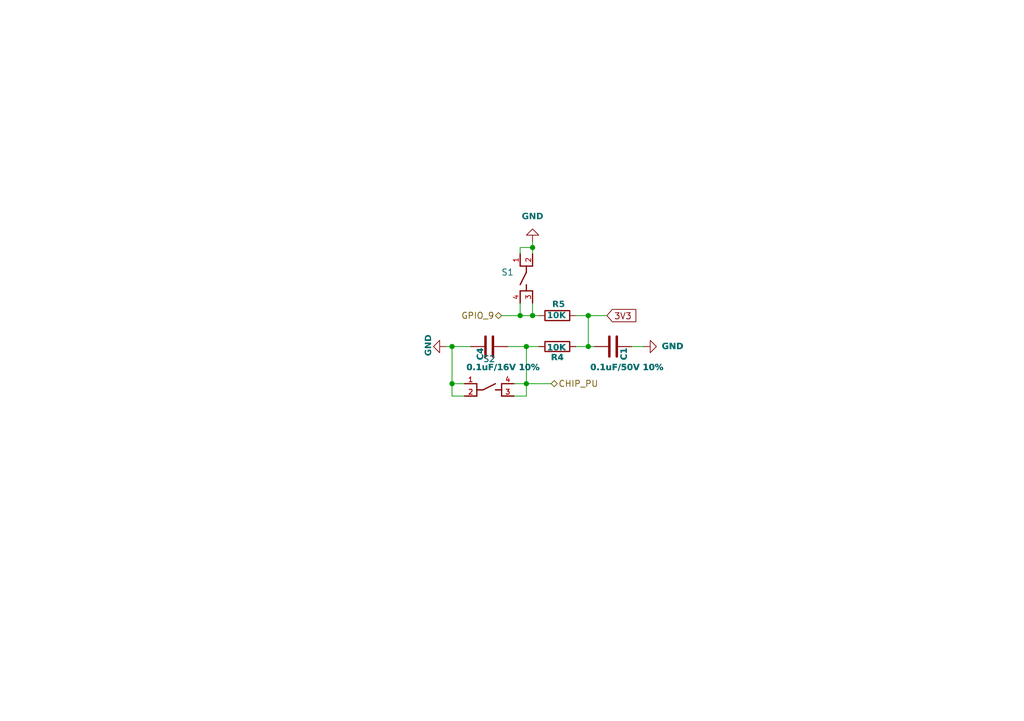
<source format=kicad_sch>
(kicad_sch (version 20250114) (generator "eeschema") (generator_version "9.0")
  (paper "A5")
  (lib_symbols
    (symbol "Device:C" (pin_numbers (hide yes)) (pin_names (offset 0.254))
      (property "Reference" "C" (at 0.635 2.54 0))
      (property "Value" "C" (at 0.635 -2.54 0))
      (symbol "C_0_1"
        (polyline (pts (xy -2.032 0.762) (xy 2.032 0.762)) (stroke (width 0.508)))
        (polyline (pts (xy -2.032 -0.762) (xy 2.032 -0.762)) (stroke (width 0.508)))
      )
      (symbol "C_1_1"
        (pin passive line (at 0 3.81 270) (length 2.794) (name "~") (number "1"))
        (pin passive line (at 0 -3.81 90) (length 2.794) (name "~") (number "2"))
      )
    )
    (symbol "Device:R" (pin_numbers (hide yes)) (pin_names (offset 0))
      (property "Reference" "R" (at 2.032 0 90))
      (property "Value" "R" (at 0 0 90))
      (symbol "R_0_1"
        (rectangle (start -1.016 -2.54) (end 1.016 2.54) (stroke (width 0.254)))
      )
      (symbol "R_1_1"
        (pin passive line (at 0 3.81 270) (length 1.27) (name "~") (number "1"))
        (pin passive line (at 0 -3.81 90) (length 1.27) (name "~") (number "2"))
      )
    )
    (symbol "PTS526_SMG15_SMTR2_LFS:PTS526_SMG15_SMTR2_LFS" (pin_names (offset 1.016))
      (property "Reference" "S" (at -0.508 -5.334 0))
      (property "Value" "PTS526_SMG15_SMTR2_LFS" (at -11.938 2.54 0))
      (symbol "PTS526_SMG15_SMTR2_LFS_0_0"
        (polyline (pts (xy -2.54 1.27) (xy -5.08 1.27)) (stroke (width 0.254)))
        (polyline (pts (xy -2.54 1.27) (xy -2.54 0)) (stroke (width 0.254)))
        (polyline (pts (xy -2.54 0) (xy -2.54 -1.27)) (stroke (width 0.254)))
        (polyline (pts (xy -2.54 0) (xy -1.27 0)) (stroke (width 0.254)))
        (polyline (pts (xy -2.54 -1.27) (xy -5.08 -1.27)) (stroke (width 0.254)))
        (polyline (pts (xy -1.27 0) (xy 1.27 1.27)) (stroke (width 0.254)))
        (polyline (pts (xy 1.27 0) (xy 2.54 0)) (stroke (width 0.254)))
        (polyline (pts (xy 2.54 1.27) (xy 2.54 0)) (stroke (width 0.254)))
        (polyline (pts (xy 2.54 1.27) (xy 5.08 1.27)) (stroke (width 0.254)))
        (polyline (pts (xy 2.54 0) (xy 2.54 -1.27)) (stroke (width 0.254)))
        (polyline (pts (xy 2.54 -1.27) (xy 5.08 -1.27)) (stroke (width 0.254)))
        (pin passive line (at -5.08 1.27 0) (length 2.54) (name "~") (number "1"))
        (pin passive line (at -5.08 -1.27 0) (length 2.54) (name "~") (number "2"))
        (pin passive line (at 5.08 1.27 180) (length 2.54) (name "~") (number "4"))
        (pin passive line (at 5.08 -1.27 180) (length 2.54) (name "~") (number "3"))
      )
    )
    (symbol "power:GND" (power) (pin_numbers (hide yes)) (pin_names (offset 0) (hide yes))
      (property "Value" "GND" (at 0 -3.81 0))
      (symbol "GND_0_1"
        (polyline (pts (xy 0 0) (xy 0 -1.27) (xy 1.27 -1.27) (xy 0 -2.54) (xy -1.27 -1.27) (xy 0 -1.27)))
      )
      (symbol "GND_1_1"
        (pin power_in line (at 0 0 270) (length 0) (name "~") (number "1"))
      )
    )
  )
  (junction (at 107.95 71.12))
  (junction (at 109.22 64.77))
  (junction (at 109.22 50.8))
  (junction (at 120.65 71.12))
  (junction (at 106.68 64.77))
  (junction (at 120.65 64.77))
  (junction (at 107.95 78.74))
  (junction (at 92.71 71.12))
  (junction (at 92.71 78.74))
  (wire (pts (xy 132.08 71.12) (xy 129.54 71.12)))
  (wire (pts (xy 106.68 64.77) (xy 109.22 64.77)))
  (wire (pts (xy 106.68 52.07) (xy 106.68 50.8)))
  (wire (pts (xy 107.95 78.74) (xy 113.03 78.74)))
  (wire (pts (xy 124.46 64.77) (xy 120.65 64.77)))
  (wire (pts (xy 120.65 64.77) (xy 120.65 71.12)))
  (wire (pts (xy 107.95 71.12) (xy 107.95 78.74)))
  (wire (pts (xy 109.22 50.8) (xy 109.22 52.07)))
  (wire (pts (xy 96.52 71.12) (xy 92.71 71.12)))
  (wire (pts (xy 104.14 71.12) (xy 107.95 71.12)))
  (wire (pts (xy 92.71 78.74) (xy 92.71 71.12)))
  (wire (pts (xy 102.87 64.77) (xy 106.68 64.77)))
  (wire (pts (xy 106.68 62.23) (xy 106.68 64.77)))
  (wire (pts (xy 91.44 71.12) (xy 92.71 71.12)))
  (wire (pts (xy 107.95 81.28) (xy 105.41 81.28)))
  (wire (pts (xy 109.22 62.23) (xy 109.22 64.77)))
  (wire (pts (xy 106.68 50.8) (xy 109.22 50.8)))
  (wire (pts (xy 107.95 71.12) (xy 110.49 71.12)))
  (wire (pts (xy 105.41 78.74) (xy 107.95 78.74)))
  (wire (pts (xy 109.22 49.53) (xy 109.22 50.8)))
  (wire (pts (xy 92.71 81.28) (xy 92.71 78.74)))
  (wire (pts (xy 95.25 81.28) (xy 92.71 81.28)))
  (wire (pts (xy 118.11 64.77) (xy 120.65 64.77)))
  (wire (pts (xy 120.65 71.12) (xy 121.92 71.12)))
  (wire (pts (xy 107.95 78.74) (xy 107.95 81.28)))
  (wire (pts (xy 109.22 64.77) (xy 110.49 64.77)))
  (wire (pts (xy 118.11 71.12) (xy 120.65 71.12)))
  (wire (pts (xy 95.25 78.74) (xy 92.71 78.74)))
  (global_label "3V3" (shape input) (at 124.46 64.77 0) (property "Intersheetrefs" "${INTERSHEET_REFS}" (effects (hide yes))))
  (hierarchical_label "CHIP_PU" (shape bidirectional) (at 113.03 78.74 0))
  (hierarchical_label "GPIO_9" (shape bidirectional) (at 102.87 64.77 180))
  (symbol (lib_id "power:GND") (at 91.44 71.12 270) (unit 1)
    (property "Reference" "#PWR04" (effects (hide yes)))
    (property "Value" "GND" (at 87.884 70.866 0))
    (property "Description" "Power symbol creates a global label with name \"GND\" , ground" (effects (hide yes)))
  )
  (symbol (lib_id "Device:R") (at 114.3 64.77 270) (unit 1)
    (property "Reference" "R5" (at 114.554 62.484 90))
    (property "Value" "10K" (at 116.078 64.77 90) (effects (justify right)))
    (property "Footprint" "Resistor_SMD:R_0402_1005Metric" (effects (hide yes)))
    (property "Description" "Resistor 10K" (effects (hide yes)))
  )
  (symbol (lib_id "Device:C") (at 125.73 71.12 90) (unit 1)
    (property "Reference" "C1" (at 128.016 73.914 0) (effects (justify left)))
    (property "Value" "0.1uF/50V 10%" (at 136.144 75.438 90) (effects (justify left)))
    (property "Footprint" "Capacitor_SMD:C_0201_0603Metric" (effects (hide yes)))
    (property "Datasheet" "0.1uF/50V(10%)(NC) GRM033C71C104KE14D:CAPC0603X33N" (effects (hide yes)))
    (property "Description" "Unpolarized capacitor 0.1uF/50V(10%)(NC) GRM033C71C104KE14D:CAPC0603X33N" (effects (hide yes)))
  )
  (symbol (lib_id "PTS526_SMG15_SMTR2_LFS:PTS526_SMG15_SMTR2_LFS") (at 100.33 80.01 0) (unit 1)
    (property "Reference" "S2" (at 100.33 73.66 0))
    (property "Value" "PTS526_SMG15_SMTR2_LFS" (effects (hide yes)))
    (property "Footprint" "PTS526_SMG15_SMTR2_LFS:SW_PTS526_SMG15_SMTR2_LFS" (effects (hide yes)))
    (property "MF" " " (effects (hide yes)))
    (property "MAXIMUM_PACKAGE_HEIGHT" " " (effects (hide yes)))
    (property "Package" " " (effects (hide yes)))
    (property "Price" " " (effects (hide yes)))
    (property "Check_prices" " " (effects (hide yes)))
    (property "STANDARD" " " (effects (hide yes)))
    (property "PARTREV" " " (effects (hide yes)))
    (property "SnapEDA_Link" " " (effects (hide yes)))
    (property "MP" "PTS526 SMG15 SMTR2 LFS" (effects (hide yes)))
    (property "Description_1" " " (effects (hide yes)))
    (property "Availability" " " (effects (hide yes)))
    (property "MANUFACTURER" " " (effects (hide yes)))
  )
  (symbol (lib_id "Device:C") (at 100.33 71.12 90) (unit 1)
    (property "Reference" "C4" (at 98.552 73.914 0) (effects (justify left)))
    (property "Value" "0.1uF/16V 10%" (at 110.744 75.438 90) (effects (justify left)))
    (property "Footprint" "Capacitor_SMD:C_0201_0603Metric" (effects (hide yes)))
    (property "Datasheet" "0.1uF/16V(10%)(NC) GRM033C71C104KE14D:CAPC0603X33N" (effects (hide yes)))
    (property "Description" "Unpolarized capacitor 0.1uF/50V(10%)(NC) GRM033C71C104KE14D:CAPC0603X33N" (effects (hide yes)))
  )
  (symbol (lib_id "PTS526_SMG15_SMTR2_LFS:PTS526_SMG15_SMTR2_LFS") (at 107.95 57.15 90) (mirror x) (unit 1)
    (property "Reference" "S1" (at 105.41 55.88 90) (effects (justify left)))
    (property "Value" "PTS526_SMG15_SMTR2_LFS" (effects (hide yes)))
    (property "Footprint" "PTS526_SMG15_SMTR2_LFS:SW_PTS526_SMG15_SMTR2_LFS" (effects (hide yes)))
    (property "MF" " " (effects (hide yes)))
    (property "MAXIMUM_PACKAGE_HEIGHT" " " (effects (hide yes)))
    (property "Package" " " (effects (hide yes)))
    (property "Price" " " (effects (hide yes)))
    (property "Check_prices" " " (effects (hide yes)))
    (property "STANDARD" " " (effects (hide yes)))
    (property "PARTREV" " " (effects (hide yes)))
    (property "SnapEDA_Link" " " (effects (hide yes)))
    (property "MP" "PTS526 SMG15 SMTR2 LFS" (effects (hide yes)))
    (property "Description_1" " " (effects (hide yes)))
    (property "Availability" " " (effects (hide yes)))
    (property "MANUFACTURER" " " (effects (hide yes)))
  )
  (symbol (lib_id "Device:R") (at 114.3 71.12 270) (unit 1)
    (property "Reference" "R4" (at 114.3 73.406 90))
    (property "Value" "10K" (at 116.078 71.374 90) (effects (justify right)))
    (property "Footprint" "Resistor_SMD:R_0402_1005Metric" (effects (hide yes)))
    (property "Description" "Resistor 10K" (effects (hide yes)))
  )
  (symbol (lib_id "power:GND") (at 109.22 49.53 0) (mirror x) (unit 1)
    (property "Reference" "#PWR05" (effects (hide yes)))
    (property "Value" "GND" (at 109.22 44.45 0))
    (property "Description" "Power symbol creates a global label with name \"GND\" , ground" (effects (hide yes)))
  )
  (symbol (lib_id "power:GND") (at 132.08 71.12 90) (unit 1)
    (property "Reference" "#PWR02" (effects (hide yes)))
    (property "Value" "GND" (at 135.89 71.12 90) (effects (justify right)))
    (property "Description" "Power symbol creates a global label with name \"GND\" , ground" (effects (hide yes)))
  )
)
</source>
